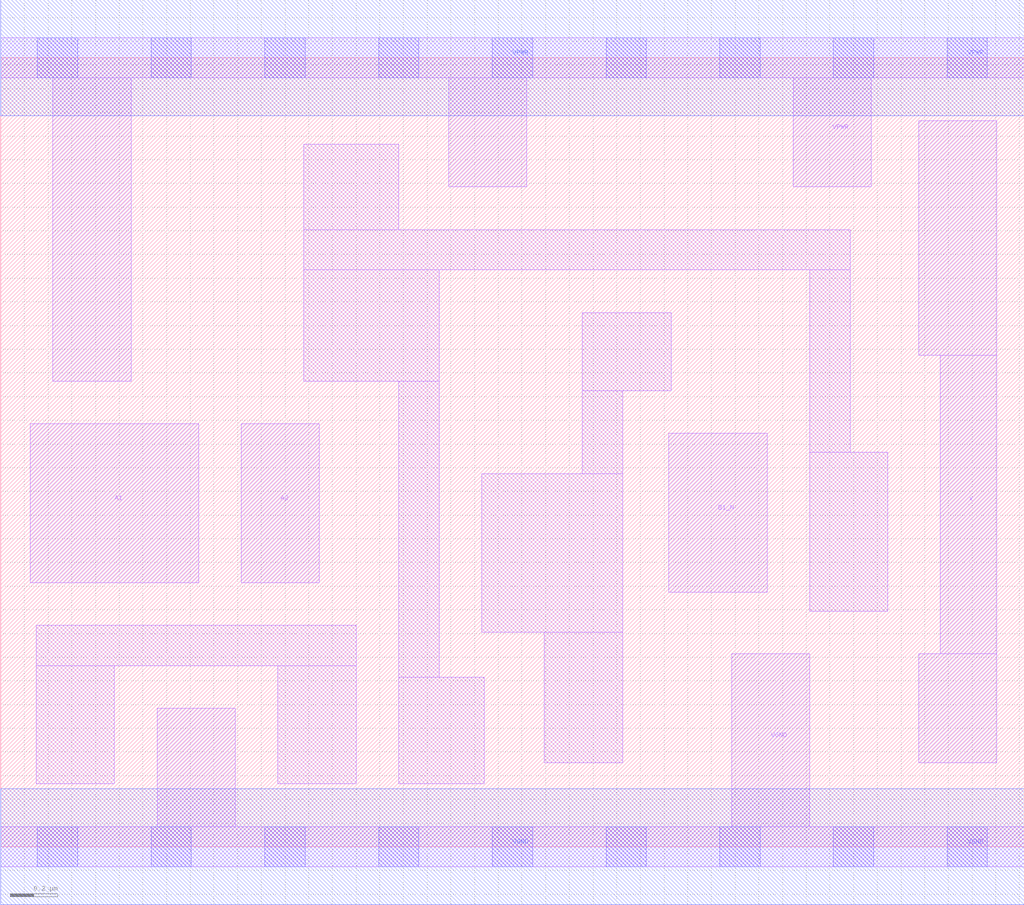
<source format=lef>
# Copyright 2020 The SkyWater PDK Authors
#
# Licensed under the Apache License, Version 2.0 (the "License");
# you may not use this file except in compliance with the License.
# You may obtain a copy of the License at
#
#     https://www.apache.org/licenses/LICENSE-2.0
#
# Unless required by applicable law or agreed to in writing, software
# distributed under the License is distributed on an "AS IS" BASIS,
# WITHOUT WARRANTIES OR CONDITIONS OF ANY KIND, either express or implied.
# See the License for the specific language governing permissions and
# limitations under the License.
#
# SPDX-License-Identifier: Apache-2.0

VERSION 5.7 ;
  NAMESCASESENSITIVE ON ;
  NOWIREEXTENSIONATPIN ON ;
  DIVIDERCHAR "/" ;
  BUSBITCHARS "[]" ;
UNITS
  DATABASE MICRONS 200 ;
END UNITS
MACRO sky130_fd_sc_lp__o21ba_lp
  CLASS CORE ;
  SOURCE USER ;
  FOREIGN sky130_fd_sc_lp__o21ba_lp ;
  ORIGIN  0.000000  0.000000 ;
  SIZE  4.320000 BY  3.330000 ;
  SYMMETRY X Y R90 ;
  SITE unit ;
  PIN A1
    ANTENNAGATEAREA  0.313000 ;
    DIRECTION INPUT ;
    USE SIGNAL ;
    PORT
      LAYER li1 ;
        RECT 0.125000 1.115000 0.835000 1.785000 ;
    END
  END A1
  PIN A2
    ANTENNAGATEAREA  0.313000 ;
    DIRECTION INPUT ;
    USE SIGNAL ;
    PORT
      LAYER li1 ;
        RECT 1.015000 1.115000 1.345000 1.785000 ;
    END
  END A2
  PIN B1_N
    ANTENNAGATEAREA  0.376000 ;
    DIRECTION INPUT ;
    USE SIGNAL ;
    PORT
      LAYER li1 ;
        RECT 2.820000 1.075000 3.235000 1.745000 ;
    END
  END B1_N
  PIN X
    ANTENNADIFFAREA  0.404700 ;
    DIRECTION OUTPUT ;
    USE SIGNAL ;
    PORT
      LAYER li1 ;
        RECT 3.875000 0.355000 4.205000 0.815000 ;
        RECT 3.875000 2.075000 4.205000 3.065000 ;
        RECT 3.965000 0.815000 4.205000 2.075000 ;
    END
  END X
  PIN VGND
    DIRECTION INOUT ;
    USE GROUND ;
    PORT
      LAYER li1 ;
        RECT 0.000000 -0.085000 4.320000 0.085000 ;
        RECT 0.660000  0.085000 0.990000 0.585000 ;
        RECT 3.085000  0.085000 3.415000 0.815000 ;
      LAYER mcon ;
        RECT 0.155000 -0.085000 0.325000 0.085000 ;
        RECT 0.635000 -0.085000 0.805000 0.085000 ;
        RECT 1.115000 -0.085000 1.285000 0.085000 ;
        RECT 1.595000 -0.085000 1.765000 0.085000 ;
        RECT 2.075000 -0.085000 2.245000 0.085000 ;
        RECT 2.555000 -0.085000 2.725000 0.085000 ;
        RECT 3.035000 -0.085000 3.205000 0.085000 ;
        RECT 3.515000 -0.085000 3.685000 0.085000 ;
        RECT 3.995000 -0.085000 4.165000 0.085000 ;
      LAYER met1 ;
        RECT 0.000000 -0.245000 4.320000 0.245000 ;
    END
  END VGND
  PIN VPWR
    DIRECTION INOUT ;
    USE POWER ;
    PORT
      LAYER li1 ;
        RECT 0.000000 3.245000 4.320000 3.415000 ;
        RECT 0.220000 1.965000 0.550000 3.245000 ;
        RECT 1.890000 2.785000 2.220000 3.245000 ;
        RECT 3.345000 2.785000 3.675000 3.245000 ;
      LAYER mcon ;
        RECT 0.155000 3.245000 0.325000 3.415000 ;
        RECT 0.635000 3.245000 0.805000 3.415000 ;
        RECT 1.115000 3.245000 1.285000 3.415000 ;
        RECT 1.595000 3.245000 1.765000 3.415000 ;
        RECT 2.075000 3.245000 2.245000 3.415000 ;
        RECT 2.555000 3.245000 2.725000 3.415000 ;
        RECT 3.035000 3.245000 3.205000 3.415000 ;
        RECT 3.515000 3.245000 3.685000 3.415000 ;
        RECT 3.995000 3.245000 4.165000 3.415000 ;
      LAYER met1 ;
        RECT 0.000000 3.085000 4.320000 3.575000 ;
    END
  END VPWR
  OBS
    LAYER li1 ;
      RECT 0.150000 0.265000 0.480000 0.765000 ;
      RECT 0.150000 0.765000 1.500000 0.935000 ;
      RECT 1.170000 0.265000 1.500000 0.765000 ;
      RECT 1.280000 1.965000 1.850000 2.435000 ;
      RECT 1.280000 2.435000 3.585000 2.605000 ;
      RECT 1.280000 2.605000 1.680000 2.965000 ;
      RECT 1.680000 0.265000 2.040000 0.715000 ;
      RECT 1.680000 0.715000 1.850000 1.965000 ;
      RECT 2.030000 0.905000 2.625000 1.575000 ;
      RECT 2.295000 0.355000 2.625000 0.905000 ;
      RECT 2.455000 1.575000 2.625000 1.925000 ;
      RECT 2.455000 1.925000 2.830000 2.255000 ;
      RECT 3.415000 0.995000 3.745000 1.665000 ;
      RECT 3.415000 1.665000 3.585000 2.435000 ;
  END
END sky130_fd_sc_lp__o21ba_lp

</source>
